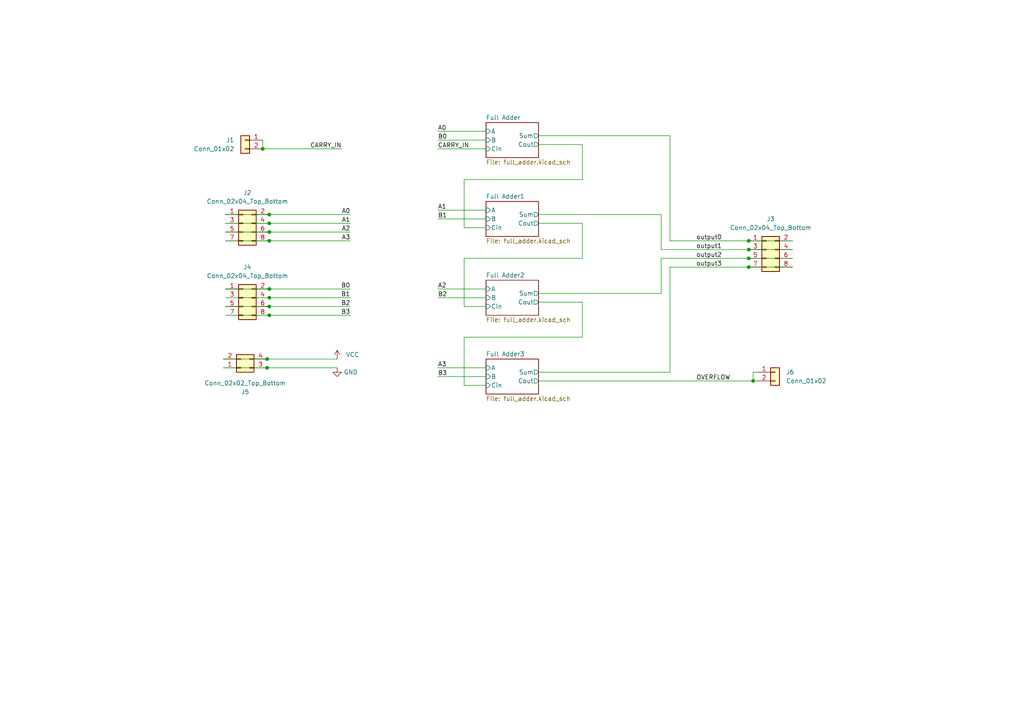
<source format=kicad_sch>
(kicad_sch
	(version 20231120)
	(generator "eeschema")
	(generator_version "8.0")
	(uuid "02fedac3-53d6-4e47-b3de-ddf82937d227")
	(paper "A4")
	(lib_symbols
		(symbol "Connector_Generic:Conn_01x02"
			(pin_names
				(offset 1.016) hide)
			(exclude_from_sim no)
			(in_bom yes)
			(on_board yes)
			(property "Reference" "J"
				(at 0 2.54 0)
				(effects
					(font
						(size 1.27 1.27)
					)
				)
			)
			(property "Value" "Conn_01x02"
				(at 0 -5.08 0)
				(effects
					(font
						(size 1.27 1.27)
					)
				)
			)
			(property "Footprint" ""
				(at 0 0 0)
				(effects
					(font
						(size 1.27 1.27)
					)
					(hide yes)
				)
			)
			(property "Datasheet" "~"
				(at 0 0 0)
				(effects
					(font
						(size 1.27 1.27)
					)
					(hide yes)
				)
			)
			(property "Description" "Generic connector, single row, 01x02, script generated (kicad-library-utils/schlib/autogen/connector/)"
				(at 0 0 0)
				(effects
					(font
						(size 1.27 1.27)
					)
					(hide yes)
				)
			)
			(property "ki_keywords" "connector"
				(at 0 0 0)
				(effects
					(font
						(size 1.27 1.27)
					)
					(hide yes)
				)
			)
			(property "ki_fp_filters" "Connector*:*_1x??_*"
				(at 0 0 0)
				(effects
					(font
						(size 1.27 1.27)
					)
					(hide yes)
				)
			)
			(symbol "Conn_01x02_1_1"
				(rectangle
					(start -1.27 -2.413)
					(end 0 -2.667)
					(stroke
						(width 0.1524)
						(type default)
					)
					(fill
						(type none)
					)
				)
				(rectangle
					(start -1.27 0.127)
					(end 0 -0.127)
					(stroke
						(width 0.1524)
						(type default)
					)
					(fill
						(type none)
					)
				)
				(rectangle
					(start -1.27 1.27)
					(end 1.27 -3.81)
					(stroke
						(width 0.254)
						(type default)
					)
					(fill
						(type background)
					)
				)
				(pin passive line
					(at -5.08 0 0)
					(length 3.81)
					(name "Pin_1"
						(effects
							(font
								(size 1.27 1.27)
							)
						)
					)
					(number "1"
						(effects
							(font
								(size 1.27 1.27)
							)
						)
					)
				)
				(pin passive line
					(at -5.08 -2.54 0)
					(length 3.81)
					(name "Pin_2"
						(effects
							(font
								(size 1.27 1.27)
							)
						)
					)
					(number "2"
						(effects
							(font
								(size 1.27 1.27)
							)
						)
					)
				)
			)
		)
		(symbol "Connector_Generic:Conn_02x02_Top_Bottom"
			(pin_names
				(offset 1.016) hide)
			(exclude_from_sim no)
			(in_bom yes)
			(on_board yes)
			(property "Reference" "J"
				(at 1.27 2.54 0)
				(effects
					(font
						(size 1.27 1.27)
					)
				)
			)
			(property "Value" "Conn_02x02_Top_Bottom"
				(at 1.27 -5.08 0)
				(effects
					(font
						(size 1.27 1.27)
					)
				)
			)
			(property "Footprint" ""
				(at 0 0 0)
				(effects
					(font
						(size 1.27 1.27)
					)
					(hide yes)
				)
			)
			(property "Datasheet" "~"
				(at 0 0 0)
				(effects
					(font
						(size 1.27 1.27)
					)
					(hide yes)
				)
			)
			(property "Description" "Generic connector, double row, 02x02, top/bottom pin numbering scheme (row 1: 1...pins_per_row, row2: pins_per_row+1 ... num_pins), script generated (kicad-library-utils/schlib/autogen/connector/)"
				(at 0 0 0)
				(effects
					(font
						(size 1.27 1.27)
					)
					(hide yes)
				)
			)
			(property "ki_keywords" "connector"
				(at 0 0 0)
				(effects
					(font
						(size 1.27 1.27)
					)
					(hide yes)
				)
			)
			(property "ki_fp_filters" "Connector*:*_2x??_*"
				(at 0 0 0)
				(effects
					(font
						(size 1.27 1.27)
					)
					(hide yes)
				)
			)
			(symbol "Conn_02x02_Top_Bottom_1_1"
				(rectangle
					(start -1.27 -2.413)
					(end 0 -2.667)
					(stroke
						(width 0.1524)
						(type default)
					)
					(fill
						(type none)
					)
				)
				(rectangle
					(start -1.27 0.127)
					(end 0 -0.127)
					(stroke
						(width 0.1524)
						(type default)
					)
					(fill
						(type none)
					)
				)
				(rectangle
					(start -1.27 1.27)
					(end 3.81 -3.81)
					(stroke
						(width 0.254)
						(type default)
					)
					(fill
						(type background)
					)
				)
				(rectangle
					(start 3.81 -2.413)
					(end 2.54 -2.667)
					(stroke
						(width 0.1524)
						(type default)
					)
					(fill
						(type none)
					)
				)
				(rectangle
					(start 3.81 0.127)
					(end 2.54 -0.127)
					(stroke
						(width 0.1524)
						(type default)
					)
					(fill
						(type none)
					)
				)
				(pin passive line
					(at -5.08 0 0)
					(length 3.81)
					(name "Pin_1"
						(effects
							(font
								(size 1.27 1.27)
							)
						)
					)
					(number "1"
						(effects
							(font
								(size 1.27 1.27)
							)
						)
					)
				)
				(pin passive line
					(at -5.08 -2.54 0)
					(length 3.81)
					(name "Pin_2"
						(effects
							(font
								(size 1.27 1.27)
							)
						)
					)
					(number "2"
						(effects
							(font
								(size 1.27 1.27)
							)
						)
					)
				)
				(pin passive line
					(at 7.62 0 180)
					(length 3.81)
					(name "Pin_3"
						(effects
							(font
								(size 1.27 1.27)
							)
						)
					)
					(number "3"
						(effects
							(font
								(size 1.27 1.27)
							)
						)
					)
				)
				(pin passive line
					(at 7.62 -2.54 180)
					(length 3.81)
					(name "Pin_4"
						(effects
							(font
								(size 1.27 1.27)
							)
						)
					)
					(number "4"
						(effects
							(font
								(size 1.27 1.27)
							)
						)
					)
				)
			)
		)
		(symbol "Connector_Generic:Conn_02x04_Odd_Even"
			(pin_names
				(offset 1.016) hide)
			(exclude_from_sim no)
			(in_bom yes)
			(on_board yes)
			(property "Reference" "J"
				(at 1.27 5.08 0)
				(effects
					(font
						(size 1.27 1.27)
					)
				)
			)
			(property "Value" "Conn_02x04_Odd_Even"
				(at 1.27 -7.62 0)
				(effects
					(font
						(size 1.27 1.27)
					)
				)
			)
			(property "Footprint" ""
				(at 0 0 0)
				(effects
					(font
						(size 1.27 1.27)
					)
					(hide yes)
				)
			)
			(property "Datasheet" "~"
				(at 0 0 0)
				(effects
					(font
						(size 1.27 1.27)
					)
					(hide yes)
				)
			)
			(property "Description" "Generic connector, double row, 02x04, odd/even pin numbering scheme (row 1 odd numbers, row 2 even numbers), script generated (kicad-library-utils/schlib/autogen/connector/)"
				(at 0 0 0)
				(effects
					(font
						(size 1.27 1.27)
					)
					(hide yes)
				)
			)
			(property "ki_keywords" "connector"
				(at 0 0 0)
				(effects
					(font
						(size 1.27 1.27)
					)
					(hide yes)
				)
			)
			(property "ki_fp_filters" "Connector*:*_2x??_*"
				(at 0 0 0)
				(effects
					(font
						(size 1.27 1.27)
					)
					(hide yes)
				)
			)
			(symbol "Conn_02x04_Odd_Even_1_1"
				(rectangle
					(start -1.27 -4.953)
					(end 0 -5.207)
					(stroke
						(width 0.1524)
						(type default)
					)
					(fill
						(type none)
					)
				)
				(rectangle
					(start -1.27 -2.413)
					(end 0 -2.667)
					(stroke
						(width 0.1524)
						(type default)
					)
					(fill
						(type none)
					)
				)
				(rectangle
					(start -1.27 0.127)
					(end 0 -0.127)
					(stroke
						(width 0.1524)
						(type default)
					)
					(fill
						(type none)
					)
				)
				(rectangle
					(start -1.27 2.667)
					(end 0 2.413)
					(stroke
						(width 0.1524)
						(type default)
					)
					(fill
						(type none)
					)
				)
				(rectangle
					(start -1.27 3.81)
					(end 3.81 -6.35)
					(stroke
						(width 0.254)
						(type default)
					)
					(fill
						(type background)
					)
				)
				(rectangle
					(start 3.81 -4.953)
					(end 2.54 -5.207)
					(stroke
						(width 0.1524)
						(type default)
					)
					(fill
						(type none)
					)
				)
				(rectangle
					(start 3.81 -2.413)
					(end 2.54 -2.667)
					(stroke
						(width 0.1524)
						(type default)
					)
					(fill
						(type none)
					)
				)
				(rectangle
					(start 3.81 0.127)
					(end 2.54 -0.127)
					(stroke
						(width 0.1524)
						(type default)
					)
					(fill
						(type none)
					)
				)
				(rectangle
					(start 3.81 2.667)
					(end 2.54 2.413)
					(stroke
						(width 0.1524)
						(type default)
					)
					(fill
						(type none)
					)
				)
				(pin passive line
					(at -5.08 2.54 0)
					(length 3.81)
					(name "Pin_1"
						(effects
							(font
								(size 1.27 1.27)
							)
						)
					)
					(number "1"
						(effects
							(font
								(size 1.27 1.27)
							)
						)
					)
				)
				(pin passive line
					(at 7.62 2.54 180)
					(length 3.81)
					(name "Pin_2"
						(effects
							(font
								(size 1.27 1.27)
							)
						)
					)
					(number "2"
						(effects
							(font
								(size 1.27 1.27)
							)
						)
					)
				)
				(pin passive line
					(at -5.08 0 0)
					(length 3.81)
					(name "Pin_3"
						(effects
							(font
								(size 1.27 1.27)
							)
						)
					)
					(number "3"
						(effects
							(font
								(size 1.27 1.27)
							)
						)
					)
				)
				(pin passive line
					(at 7.62 0 180)
					(length 3.81)
					(name "Pin_4"
						(effects
							(font
								(size 1.27 1.27)
							)
						)
					)
					(number "4"
						(effects
							(font
								(size 1.27 1.27)
							)
						)
					)
				)
				(pin passive line
					(at -5.08 -2.54 0)
					(length 3.81)
					(name "Pin_5"
						(effects
							(font
								(size 1.27 1.27)
							)
						)
					)
					(number "5"
						(effects
							(font
								(size 1.27 1.27)
							)
						)
					)
				)
				(pin passive line
					(at 7.62 -2.54 180)
					(length 3.81)
					(name "Pin_6"
						(effects
							(font
								(size 1.27 1.27)
							)
						)
					)
					(number "6"
						(effects
							(font
								(size 1.27 1.27)
							)
						)
					)
				)
				(pin passive line
					(at -5.08 -5.08 0)
					(length 3.81)
					(name "Pin_7"
						(effects
							(font
								(size 1.27 1.27)
							)
						)
					)
					(number "7"
						(effects
							(font
								(size 1.27 1.27)
							)
						)
					)
				)
				(pin passive line
					(at 7.62 -5.08 180)
					(length 3.81)
					(name "Pin_8"
						(effects
							(font
								(size 1.27 1.27)
							)
						)
					)
					(number "8"
						(effects
							(font
								(size 1.27 1.27)
							)
						)
					)
				)
			)
		)
		(symbol "power:GND"
			(power)
			(pin_names
				(offset 0)
			)
			(exclude_from_sim no)
			(in_bom yes)
			(on_board yes)
			(property "Reference" "#PWR"
				(at 0 -6.35 0)
				(effects
					(font
						(size 1.27 1.27)
					)
					(hide yes)
				)
			)
			(property "Value" "GND"
				(at 0 -3.81 0)
				(effects
					(font
						(size 1.27 1.27)
					)
				)
			)
			(property "Footprint" ""
				(at 0 0 0)
				(effects
					(font
						(size 1.27 1.27)
					)
					(hide yes)
				)
			)
			(property "Datasheet" ""
				(at 0 0 0)
				(effects
					(font
						(size 1.27 1.27)
					)
					(hide yes)
				)
			)
			(property "Description" "Power symbol creates a global label with name \"GND\" , ground"
				(at 0 0 0)
				(effects
					(font
						(size 1.27 1.27)
					)
					(hide yes)
				)
			)
			(property "ki_keywords" "power-flag"
				(at 0 0 0)
				(effects
					(font
						(size 1.27 1.27)
					)
					(hide yes)
				)
			)
			(symbol "GND_0_1"
				(polyline
					(pts
						(xy 0 0) (xy 0 -1.27) (xy 1.27 -1.27) (xy 0 -2.54) (xy -1.27 -1.27) (xy 0 -1.27)
					)
					(stroke
						(width 0)
						(type default)
					)
					(fill
						(type none)
					)
				)
			)
			(symbol "GND_1_1"
				(pin power_in line
					(at 0 0 270)
					(length 0) hide
					(name "GND"
						(effects
							(font
								(size 1.27 1.27)
							)
						)
					)
					(number "1"
						(effects
							(font
								(size 1.27 1.27)
							)
						)
					)
				)
			)
		)
		(symbol "power:VCC"
			(power)
			(pin_names
				(offset 0)
			)
			(exclude_from_sim no)
			(in_bom yes)
			(on_board yes)
			(property "Reference" "#PWR"
				(at 0 -3.81 0)
				(effects
					(font
						(size 1.27 1.27)
					)
					(hide yes)
				)
			)
			(property "Value" "VCC"
				(at 0 3.81 0)
				(effects
					(font
						(size 1.27 1.27)
					)
				)
			)
			(property "Footprint" ""
				(at 0 0 0)
				(effects
					(font
						(size 1.27 1.27)
					)
					(hide yes)
				)
			)
			(property "Datasheet" ""
				(at 0 0 0)
				(effects
					(font
						(size 1.27 1.27)
					)
					(hide yes)
				)
			)
			(property "Description" "Power symbol creates a global label with name \"VCC\""
				(at 0 0 0)
				(effects
					(font
						(size 1.27 1.27)
					)
					(hide yes)
				)
			)
			(property "ki_keywords" "power-flag"
				(at 0 0 0)
				(effects
					(font
						(size 1.27 1.27)
					)
					(hide yes)
				)
			)
			(symbol "VCC_0_1"
				(polyline
					(pts
						(xy -0.762 1.27) (xy 0 2.54)
					)
					(stroke
						(width 0)
						(type default)
					)
					(fill
						(type none)
					)
				)
				(polyline
					(pts
						(xy 0 0) (xy 0 2.54)
					)
					(stroke
						(width 0)
						(type default)
					)
					(fill
						(type none)
					)
				)
				(polyline
					(pts
						(xy 0 2.54) (xy 0.762 1.27)
					)
					(stroke
						(width 0)
						(type default)
					)
					(fill
						(type none)
					)
				)
			)
			(symbol "VCC_1_1"
				(pin power_in line
					(at 0 0 90)
					(length 0) hide
					(name "VCC"
						(effects
							(font
								(size 1.27 1.27)
							)
						)
					)
					(number "1"
						(effects
							(font
								(size 1.27 1.27)
							)
						)
					)
				)
			)
		)
	)
	(junction
		(at 78.105 62.23)
		(diameter 0)
		(color 0 0 0 0)
		(uuid "0936f6ac-cbc2-42a1-8f92-52acce474741")
	)
	(junction
		(at 76.2 43.18)
		(diameter 0)
		(color 0 0 0 0)
		(uuid "1c69c4b7-32cf-476b-a900-6a6650dfd119")
	)
	(junction
		(at 78.105 91.44)
		(diameter 0)
		(color 0 0 0 0)
		(uuid "5bcc33f6-96ca-4b11-bf90-ae35bbc5f780")
	)
	(junction
		(at 217.17 69.85)
		(diameter 0)
		(color 0 0 0 0)
		(uuid "5c9bde7f-5f08-451f-a5e1-0fa5af17692e")
	)
	(junction
		(at 78.105 88.9)
		(diameter 0)
		(color 0 0 0 0)
		(uuid "695db6fa-1bac-4dc8-bffd-43d58dd81162")
	)
	(junction
		(at 78.105 86.36)
		(diameter 0)
		(color 0 0 0 0)
		(uuid "7e9e60be-7a19-460d-be31-12bb4cbd6bb0")
	)
	(junction
		(at 78.105 83.82)
		(diameter 0)
		(color 0 0 0 0)
		(uuid "8607a1b9-08a6-4f24-bbd8-bc366cf75309")
	)
	(junction
		(at 78.105 67.31)
		(diameter 0)
		(color 0 0 0 0)
		(uuid "96c01208-777d-4766-b0dd-cf9841fb0a17")
	)
	(junction
		(at 78.105 69.85)
		(diameter 0)
		(color 0 0 0 0)
		(uuid "9b9ef27a-031b-4b6a-b420-aa454545fde2")
	)
	(junction
		(at 77.47 104.14)
		(diameter 0)
		(color 0 0 0 0)
		(uuid "9cd58b4d-74aa-4c0b-9954-1bc6c159f571")
	)
	(junction
		(at 217.17 72.39)
		(diameter 0)
		(color 0 0 0 0)
		(uuid "c0c10784-cd00-4e6c-8ea9-f9bb8766079c")
	)
	(junction
		(at 77.47 106.68)
		(diameter 0)
		(color 0 0 0 0)
		(uuid "d4f39ea4-8907-497e-8cd0-1881da0d121d")
	)
	(junction
		(at 78.105 64.77)
		(diameter 0)
		(color 0 0 0 0)
		(uuid "db42671c-fcf5-46d9-9580-d13e19e5a986")
	)
	(junction
		(at 218.44 110.49)
		(diameter 0)
		(color 0 0 0 0)
		(uuid "e56bd521-b27e-46b2-82f1-1da381962f1d")
	)
	(junction
		(at 217.17 77.47)
		(diameter 0)
		(color 0 0 0 0)
		(uuid "f604cfc6-cdf5-4d07-b6b0-98446eda4742")
	)
	(junction
		(at 217.17 74.93)
		(diameter 0)
		(color 0 0 0 0)
		(uuid "f92e65ca-eef1-45dd-a398-765b70cda2a6")
	)
	(wire
		(pts
			(xy 156.21 107.95) (xy 194.31 107.95)
		)
		(stroke
			(width 0)
			(type default)
		)
		(uuid "021180d3-1a6e-42f3-9851-e907aa790d1b")
	)
	(wire
		(pts
			(xy 134.62 111.76) (xy 140.97 111.76)
		)
		(stroke
			(width 0)
			(type default)
		)
		(uuid "0ba1d9f7-784a-48e0-910c-2fcb9c142f9c")
	)
	(wire
		(pts
			(xy 168.91 97.79) (xy 134.62 97.79)
		)
		(stroke
			(width 0)
			(type default)
		)
		(uuid "0d90e182-13c1-4fe1-a229-0d81b1597a6e")
	)
	(wire
		(pts
			(xy 78.105 62.23) (xy 101.6 62.23)
		)
		(stroke
			(width 0)
			(type default)
		)
		(uuid "0e5abe23-ed0b-4843-9717-4f77e80bedfc")
	)
	(wire
		(pts
			(xy 127 38.1) (xy 140.97 38.1)
		)
		(stroke
			(width 0)
			(type default)
		)
		(uuid "123ec215-d0b2-4bea-8f24-6300559365e9")
	)
	(wire
		(pts
			(xy 65.405 86.36) (xy 78.105 86.36)
		)
		(stroke
			(width 0)
			(type default)
		)
		(uuid "149e5a10-9e11-4bad-be23-bd74908d6da6")
	)
	(wire
		(pts
			(xy 168.91 74.93) (xy 134.62 74.93)
		)
		(stroke
			(width 0)
			(type default)
		)
		(uuid "15d0faf6-df58-486d-bb61-3787c05d33f8")
	)
	(wire
		(pts
			(xy 194.31 69.85) (xy 217.17 69.85)
		)
		(stroke
			(width 0)
			(type default)
		)
		(uuid "1967cd1a-01ed-489e-98f5-a346b945b65d")
	)
	(wire
		(pts
			(xy 77.47 104.14) (xy 97.79 104.14)
		)
		(stroke
			(width 0)
			(type default)
		)
		(uuid "1a581def-7ca6-441e-81e0-b12ac263be59")
	)
	(wire
		(pts
			(xy 64.77 104.14) (xy 77.47 104.14)
		)
		(stroke
			(width 0)
			(type default)
		)
		(uuid "21369b62-da0e-4809-a1db-ee77c164d97a")
	)
	(wire
		(pts
			(xy 65.405 91.44) (xy 78.105 91.44)
		)
		(stroke
			(width 0)
			(type default)
		)
		(uuid "21bc4139-4a93-4291-9e71-b39b15858344")
	)
	(wire
		(pts
			(xy 168.91 64.77) (xy 168.91 74.93)
		)
		(stroke
			(width 0)
			(type default)
		)
		(uuid "23a60474-3f05-4c4b-949e-bfc39ed4050e")
	)
	(wire
		(pts
			(xy 78.105 64.77) (xy 101.6 64.77)
		)
		(stroke
			(width 0)
			(type default)
		)
		(uuid "275a8331-e3c2-417c-bd1e-b0c8b5f14656")
	)
	(wire
		(pts
			(xy 127 106.68) (xy 140.97 106.68)
		)
		(stroke
			(width 0)
			(type default)
		)
		(uuid "2eb37730-7308-4060-80e5-a0fcd16cd5de")
	)
	(wire
		(pts
			(xy 194.31 77.47) (xy 217.17 77.47)
		)
		(stroke
			(width 0)
			(type default)
		)
		(uuid "2f053e4b-9cba-4141-85fd-115231cfdeca")
	)
	(wire
		(pts
			(xy 127 83.82) (xy 140.97 83.82)
		)
		(stroke
			(width 0)
			(type default)
		)
		(uuid "30d7c56e-7151-4fab-b446-37972af65141")
	)
	(wire
		(pts
			(xy 168.91 52.07) (xy 134.62 52.07)
		)
		(stroke
			(width 0)
			(type default)
		)
		(uuid "3106f7f0-fdc6-404e-873f-e8d99f7fa9f8")
	)
	(wire
		(pts
			(xy 127 63.5) (xy 140.97 63.5)
		)
		(stroke
			(width 0)
			(type default)
		)
		(uuid "32fe9844-3d5e-46b5-a932-29dc7a662f19")
	)
	(wire
		(pts
			(xy 127 40.64) (xy 140.97 40.64)
		)
		(stroke
			(width 0)
			(type default)
		)
		(uuid "33b6e899-e106-4e26-890a-f1bf6505a956")
	)
	(wire
		(pts
			(xy 217.17 74.93) (xy 229.87 74.93)
		)
		(stroke
			(width 0)
			(type default)
		)
		(uuid "34204eea-6184-42b2-8f60-e4ad4ae5a275")
	)
	(wire
		(pts
			(xy 156.21 39.37) (xy 194.31 39.37)
		)
		(stroke
			(width 0)
			(type default)
		)
		(uuid "34c296ac-6467-463a-8bbf-2a70dea9a5b5")
	)
	(wire
		(pts
			(xy 217.17 72.39) (xy 229.87 72.39)
		)
		(stroke
			(width 0)
			(type default)
		)
		(uuid "366fb7ea-095c-433f-94ef-1ec9417639fd")
	)
	(wire
		(pts
			(xy 134.62 66.04) (xy 140.97 66.04)
		)
		(stroke
			(width 0)
			(type default)
		)
		(uuid "372473d2-dca0-48ac-a3dc-620126a7edee")
	)
	(wire
		(pts
			(xy 65.405 62.23) (xy 78.105 62.23)
		)
		(stroke
			(width 0)
			(type default)
		)
		(uuid "394f2216-a6a6-4081-9921-80ad7d74bf14")
	)
	(wire
		(pts
			(xy 156.21 87.63) (xy 168.91 87.63)
		)
		(stroke
			(width 0)
			(type default)
		)
		(uuid "3b1ebe07-c7c8-427a-a334-90fee22dd79b")
	)
	(wire
		(pts
			(xy 65.405 88.9) (xy 78.105 88.9)
		)
		(stroke
			(width 0)
			(type default)
		)
		(uuid "4085601e-3f23-4699-b2a2-a5bb0e682882")
	)
	(wire
		(pts
			(xy 156.21 62.23) (xy 191.77 62.23)
		)
		(stroke
			(width 0)
			(type default)
		)
		(uuid "45663b03-6e06-4dba-b384-ff28a8ecabb9")
	)
	(wire
		(pts
			(xy 194.31 39.37) (xy 194.31 69.85)
		)
		(stroke
			(width 0)
			(type default)
		)
		(uuid "4ff454ef-a2b8-41a7-b043-5ed83dc3e4d2")
	)
	(wire
		(pts
			(xy 78.105 91.44) (xy 101.6 91.44)
		)
		(stroke
			(width 0)
			(type default)
		)
		(uuid "531d40d0-d921-4d6b-816c-790633573c20")
	)
	(wire
		(pts
			(xy 156.21 41.91) (xy 168.91 41.91)
		)
		(stroke
			(width 0)
			(type default)
		)
		(uuid "53418f32-af13-4d39-b31f-600a8492702c")
	)
	(wire
		(pts
			(xy 168.91 87.63) (xy 168.91 97.79)
		)
		(stroke
			(width 0)
			(type default)
		)
		(uuid "58d9a594-6126-49b1-8741-2a57f567b897")
	)
	(wire
		(pts
			(xy 127 43.18) (xy 140.97 43.18)
		)
		(stroke
			(width 0)
			(type default)
		)
		(uuid "5bff3705-3fac-49be-9fc3-1f04e93396dd")
	)
	(wire
		(pts
			(xy 218.44 107.95) (xy 218.44 110.49)
		)
		(stroke
			(width 0)
			(type default)
		)
		(uuid "5f6bd356-a690-44eb-8eef-7b1b79374b94")
	)
	(wire
		(pts
			(xy 218.44 107.95) (xy 219.71 107.95)
		)
		(stroke
			(width 0)
			(type default)
		)
		(uuid "5fa27538-0504-4561-b365-df7e590f9bc8")
	)
	(wire
		(pts
			(xy 134.62 97.79) (xy 134.62 111.76)
		)
		(stroke
			(width 0)
			(type default)
		)
		(uuid "61e8e559-622f-49e2-b18f-319069a5720c")
	)
	(wire
		(pts
			(xy 168.91 41.91) (xy 168.91 52.07)
		)
		(stroke
			(width 0)
			(type default)
		)
		(uuid "6d352ef9-9a43-482c-987a-4c01403937c4")
	)
	(wire
		(pts
			(xy 218.44 110.49) (xy 219.71 110.49)
		)
		(stroke
			(width 0)
			(type default)
		)
		(uuid "7ae5f1be-3e33-4734-a5ee-6663d4c1a2b2")
	)
	(wire
		(pts
			(xy 134.62 52.07) (xy 134.62 66.04)
		)
		(stroke
			(width 0)
			(type default)
		)
		(uuid "7c7c1b88-4d26-4fc8-8d4a-abe2a6f485d2")
	)
	(wire
		(pts
			(xy 191.77 74.93) (xy 191.77 85.09)
		)
		(stroke
			(width 0)
			(type default)
		)
		(uuid "7dcf88aa-f25f-4203-b032-747a47fe870c")
	)
	(wire
		(pts
			(xy 76.2 40.64) (xy 76.2 43.18)
		)
		(stroke
			(width 0)
			(type default)
		)
		(uuid "7fc3806e-f1fb-4404-8d78-c6b15f4fd14d")
	)
	(wire
		(pts
			(xy 156.21 110.49) (xy 218.44 110.49)
		)
		(stroke
			(width 0)
			(type default)
		)
		(uuid "82e2652e-e14f-4f35-87e7-afde3c1778b9")
	)
	(wire
		(pts
			(xy 156.21 64.77) (xy 168.91 64.77)
		)
		(stroke
			(width 0)
			(type default)
		)
		(uuid "9a04d939-0026-4643-a3eb-825b3fa37f0e")
	)
	(wire
		(pts
			(xy 217.17 69.85) (xy 229.87 69.85)
		)
		(stroke
			(width 0)
			(type default)
		)
		(uuid "9a350711-9995-4b90-a1d6-5ae6d1572b01")
	)
	(wire
		(pts
			(xy 78.105 69.85) (xy 101.6 69.85)
		)
		(stroke
			(width 0)
			(type default)
		)
		(uuid "a111143c-15f1-4405-b497-b314fbae19ac")
	)
	(wire
		(pts
			(xy 127 86.36) (xy 140.97 86.36)
		)
		(stroke
			(width 0)
			(type default)
		)
		(uuid "a43831b3-bfad-4f55-a18f-a64fab4c36aa")
	)
	(wire
		(pts
			(xy 127 60.96) (xy 140.97 60.96)
		)
		(stroke
			(width 0)
			(type default)
		)
		(uuid "a89421a2-8468-4148-85e2-f7d349a00585")
	)
	(wire
		(pts
			(xy 156.21 85.09) (xy 191.77 85.09)
		)
		(stroke
			(width 0)
			(type default)
		)
		(uuid "af9bb9c8-4a05-49b7-ae83-2aa2e547e799")
	)
	(wire
		(pts
			(xy 134.62 74.93) (xy 134.62 88.9)
		)
		(stroke
			(width 0)
			(type default)
		)
		(uuid "b4e64b85-a3ca-46a8-a8c5-30b6763f407a")
	)
	(wire
		(pts
			(xy 65.405 67.31) (xy 78.105 67.31)
		)
		(stroke
			(width 0)
			(type default)
		)
		(uuid "be487cc4-4ab2-4efc-b365-cb44327fd4c4")
	)
	(wire
		(pts
			(xy 194.31 107.95) (xy 194.31 77.47)
		)
		(stroke
			(width 0)
			(type default)
		)
		(uuid "bf3a5295-3d7a-488d-8c35-72058f412153")
	)
	(wire
		(pts
			(xy 191.77 72.39) (xy 217.17 72.39)
		)
		(stroke
			(width 0)
			(type default)
		)
		(uuid "c247e112-c907-4281-b809-d15b0899a96e")
	)
	(wire
		(pts
			(xy 191.77 74.93) (xy 217.17 74.93)
		)
		(stroke
			(width 0)
			(type default)
		)
		(uuid "ca249432-eb32-4b21-aedd-0caad8b2e207")
	)
	(wire
		(pts
			(xy 78.105 86.36) (xy 101.6 86.36)
		)
		(stroke
			(width 0)
			(type default)
		)
		(uuid "cc22b797-6a26-411d-abaa-ca5cc1bf5437")
	)
	(wire
		(pts
			(xy 78.105 67.31) (xy 101.6 67.31)
		)
		(stroke
			(width 0)
			(type default)
		)
		(uuid "cd49aa8e-d226-42b7-b2ed-4256ce98391a")
	)
	(wire
		(pts
			(xy 65.405 64.77) (xy 78.105 64.77)
		)
		(stroke
			(width 0)
			(type default)
		)
		(uuid "d46cf0b5-5d5c-4083-95d4-72b4283a8229")
	)
	(wire
		(pts
			(xy 65.405 83.82) (xy 78.105 83.82)
		)
		(stroke
			(width 0)
			(type default)
		)
		(uuid "d5d13eb5-6076-4ac1-9cb5-ceb642405009")
	)
	(wire
		(pts
			(xy 65.405 69.85) (xy 78.105 69.85)
		)
		(stroke
			(width 0)
			(type default)
		)
		(uuid "d9c9d8c3-7291-4203-ad58-6d765cb7a357")
	)
	(wire
		(pts
			(xy 64.77 106.68) (xy 77.47 106.68)
		)
		(stroke
			(width 0)
			(type default)
		)
		(uuid "da8a4bc4-28d5-42ea-9f90-97e651f3d7e7")
	)
	(wire
		(pts
			(xy 217.17 77.47) (xy 229.87 77.47)
		)
		(stroke
			(width 0)
			(type default)
		)
		(uuid "dd079678-efb9-4798-8fcd-8d0de43e04ef")
	)
	(wire
		(pts
			(xy 127 109.22) (xy 140.97 109.22)
		)
		(stroke
			(width 0)
			(type default)
		)
		(uuid "dd977edf-63b5-4059-a828-1d1dd569e604")
	)
	(wire
		(pts
			(xy 134.62 88.9) (xy 140.97 88.9)
		)
		(stroke
			(width 0)
			(type default)
		)
		(uuid "e003de06-aa21-473d-9912-c3e914af3f60")
	)
	(wire
		(pts
			(xy 99.06 43.18) (xy 76.2 43.18)
		)
		(stroke
			(width 0)
			(type default)
		)
		(uuid "e61ae62e-78fd-4d58-b7dd-6c6182574fa2")
	)
	(wire
		(pts
			(xy 77.47 106.68) (xy 97.79 106.68)
		)
		(stroke
			(width 0)
			(type default)
		)
		(uuid "efc8a4e0-8fde-40b6-ae3f-0a4620ae27c2")
	)
	(wire
		(pts
			(xy 78.105 83.82) (xy 101.6 83.82)
		)
		(stroke
			(width 0)
			(type default)
		)
		(uuid "f0334191-d7a5-4e88-9139-dde04e52ed67")
	)
	(wire
		(pts
			(xy 191.77 62.23) (xy 191.77 72.39)
		)
		(stroke
			(width 0)
			(type default)
		)
		(uuid "fcdef663-3822-41c9-a0e2-1325223810f1")
	)
	(wire
		(pts
			(xy 78.105 88.9) (xy 101.6 88.9)
		)
		(stroke
			(width 0)
			(type default)
		)
		(uuid "ff8facc6-23bc-411d-96c6-69f0a178ea45")
	)
	(label "A2"
		(at 101.6 67.31 180)
		(fields_autoplaced yes)
		(effects
			(font
				(size 1.27 1.27)
			)
			(justify right bottom)
		)
		(uuid "137eb80a-2d71-44f7-a579-d302540e0a06")
	)
	(label "B1"
		(at 127 63.5 0)
		(fields_autoplaced yes)
		(effects
			(font
				(size 1.27 1.27)
			)
			(justify left bottom)
		)
		(uuid "1c9c8228-fd0a-45f8-8586-b09d1800216c")
	)
	(label "CARRY_IN"
		(at 99.06 43.18 180)
		(fields_autoplaced yes)
		(effects
			(font
				(size 1.27 1.27)
			)
			(justify right bottom)
		)
		(uuid "24a17fe0-5a0a-42b1-8054-adeb44a32a17")
	)
	(label "B2"
		(at 101.6 88.9 180)
		(fields_autoplaced yes)
		(effects
			(font
				(size 1.27 1.27)
			)
			(justify right bottom)
		)
		(uuid "385bdbab-3d9f-456e-b9aa-3b7009b94425")
	)
	(label "A2"
		(at 127 83.82 0)
		(fields_autoplaced yes)
		(effects
			(font
				(size 1.27 1.27)
			)
			(justify left bottom)
		)
		(uuid "4629ca53-e0be-4fbc-a787-f2a60e3143b6")
	)
	(label "OVERFLOW"
		(at 201.93 110.49 0)
		(fields_autoplaced yes)
		(effects
			(font
				(size 1.27 1.27)
			)
			(justify left bottom)
		)
		(uuid "49abec43-f3be-4e1e-92e3-55929b9f4e32")
	)
	(label "output2"
		(at 201.93 74.93 0)
		(fields_autoplaced yes)
		(effects
			(font
				(size 1.27 1.27)
			)
			(justify left bottom)
		)
		(uuid "51700d37-a902-4f31-b229-02628cd88f7f")
	)
	(label "B0"
		(at 127 40.64 0)
		(fields_autoplaced yes)
		(effects
			(font
				(size 1.27 1.27)
			)
			(justify left bottom)
		)
		(uuid "571ed5b8-7e5f-4add-bb3c-e6a698fdf83e")
	)
	(label "output1"
		(at 201.93 72.39 0)
		(fields_autoplaced yes)
		(effects
			(font
				(size 1.27 1.27)
			)
			(justify left bottom)
		)
		(uuid "58e29af5-cad7-4178-b515-d4445b9354ec")
	)
	(label "output3"
		(at 201.93 77.47 0)
		(fields_autoplaced yes)
		(effects
			(font
				(size 1.27 1.27)
			)
			(justify left bottom)
		)
		(uuid "6d63c6a3-f1f0-44d8-9316-e96074037c06")
	)
	(label "B3"
		(at 127 109.22 0)
		(fields_autoplaced yes)
		(effects
			(font
				(size 1.27 1.27)
			)
			(justify left bottom)
		)
		(uuid "9a364aad-c4fd-4ff8-919f-00af4309edc8")
	)
	(label "A1"
		(at 127 60.96 0)
		(fields_autoplaced yes)
		(effects
			(font
				(size 1.27 1.27)
			)
			(justify left bottom)
		)
		(uuid "9bf2e1ba-af3a-4402-8621-d1140d7ff5a6")
	)
	(label "A0"
		(at 101.6 62.23 180)
		(fields_autoplaced yes)
		(effects
			(font
				(size 1.27 1.27)
			)
			(justify right bottom)
		)
		(uuid "a34ba642-2972-488c-beab-4cd9e9fa19f0")
	)
	(label "A0"
		(at 127 38.1 0)
		(fields_autoplaced yes)
		(effects
			(font
				(size 1.27 1.27)
			)
			(justify left bottom)
		)
		(uuid "a9eac77d-9da1-414b-a255-d6fb42009e0e")
	)
	(label "B3"
		(at 101.6 91.44 180)
		(fields_autoplaced yes)
		(effects
			(font
				(size 1.27 1.27)
			)
			(justify right bottom)
		)
		(uuid "d4063b43-2cd3-4ec5-a12e-ae43c5a5e8b0")
	)
	(label "B0"
		(at 101.6 83.82 180)
		(fields_autoplaced yes)
		(effects
			(font
				(size 1.27 1.27)
			)
			(justify right bottom)
		)
		(uuid "db399241-bb42-4ca0-ad86-6d086cb8c1f8")
	)
	(label "B1"
		(at 101.6 86.36 180)
		(fields_autoplaced yes)
		(effects
			(font
				(size 1.27 1.27)
			)
			(justify right bottom)
		)
		(uuid "e176f74b-aec5-4ed5-91b1-cc946b8ead9d")
	)
	(label "A3"
		(at 127 106.68 0)
		(fields_autoplaced yes)
		(effects
			(font
				(size 1.27 1.27)
			)
			(justify left bottom)
		)
		(uuid "e19c990a-5398-446a-8528-c3625136bbd1")
	)
	(label "B2"
		(at 127 86.36 0)
		(fields_autoplaced yes)
		(effects
			(font
				(size 1.27 1.27)
			)
			(justify left bottom)
		)
		(uuid "f2700de7-7cf0-4abb-a889-98e3dd3e2e52")
	)
	(label "A3"
		(at 101.6 69.85 180)
		(fields_autoplaced yes)
		(effects
			(font
				(size 1.27 1.27)
			)
			(justify right bottom)
		)
		(uuid "f5f0d5f7-f936-4d77-8ccc-8c24b8b6e30e")
	)
	(label "A1"
		(at 101.6 64.77 180)
		(fields_autoplaced yes)
		(effects
			(font
				(size 1.27 1.27)
			)
			(justify right bottom)
		)
		(uuid "f68b3f02-66b4-4eb7-9946-e1b736d9d2d1")
	)
	(label "output0"
		(at 201.93 69.85 0)
		(fields_autoplaced yes)
		(effects
			(font
				(size 1.27 1.27)
			)
			(justify left bottom)
		)
		(uuid "fb53e47c-81a8-4bad-8d86-859f37d02982")
	)
	(label "CARRY_IN"
		(at 127 43.18 0)
		(fields_autoplaced yes)
		(effects
			(font
				(size 1.27 1.27)
			)
			(justify left bottom)
		)
		(uuid "ff72ba05-c001-42e6-8c1e-8e9ee22e9c45")
	)
	(symbol
		(lib_id "Connector_Generic:Conn_02x04_Odd_Even")
		(at 70.485 64.77 0)
		(unit 1)
		(exclude_from_sim no)
		(in_bom yes)
		(on_board yes)
		(dnp no)
		(fields_autoplaced yes)
		(uuid "07cfbd63-1817-4b90-945c-801fa84b4677")
		(property "Reference" "J2"
			(at 71.755 55.88 0)
			(effects
				(font
					(size 1.27 1.27)
				)
			)
		)
		(property "Value" "Conn_02x04_Top_Bottom"
			(at 71.755 58.42 0)
			(effects
				(font
					(size 1.27 1.27)
				)
			)
		)
		(property "Footprint" "Connector_PinHeader_2.54mm:PinHeader_2x04_P2.54mm_Vertical"
			(at 70.485 64.77 0)
			(effects
				(font
					(size 1.27 1.27)
				)
				(hide yes)
			)
		)
		(property "Datasheet" "~"
			(at 70.485 64.77 0)
			(effects
				(font
					(size 1.27 1.27)
				)
				(hide yes)
			)
		)
		(property "Description" "Generic connector, double row, 02x04, odd/even pin numbering scheme (row 1 odd numbers, row 2 even numbers), script generated (kicad-library-utils/schlib/autogen/connector/)"
			(at 70.485 64.77 0)
			(effects
				(font
					(size 1.27 1.27)
				)
				(hide yes)
			)
		)
		(pin "1"
			(uuid "c0d02d13-3fb4-4106-a25e-16a1abea90eb")
		)
		(pin "2"
			(uuid "1a052c58-8511-4182-b7ff-177663be0825")
		)
		(pin "3"
			(uuid "7560f862-1f87-45a2-bf3d-42f0b59840c8")
		)
		(pin "4"
			(uuid "c5a07fea-0762-4117-874d-db1dc230a3a6")
		)
		(pin "5"
			(uuid "2e09865c-d970-4910-bf90-35fbd11ef952")
		)
		(pin "6"
			(uuid "cbf412dd-c01b-4db8-b951-66e8181f4046")
		)
		(pin "7"
			(uuid "349760b5-2827-4ca1-a59a-c45cffdad83d")
		)
		(pin "8"
			(uuid "035d7422-926e-4dbd-a81a-9204e060db9e")
		)
		(instances
			(project "transistor_party"
				(path "/02fedac3-53d6-4e47-b3de-ddf82937d227"
					(reference "J2")
					(unit 1)
				)
			)
		)
	)
	(symbol
		(lib_id "power:GND")
		(at 97.79 106.68 0)
		(mirror y)
		(unit 1)
		(exclude_from_sim no)
		(in_bom yes)
		(on_board yes)
		(dnp no)
		(fields_autoplaced yes)
		(uuid "0b622ff6-a88f-44b4-8586-0a71e1060ce5")
		(property "Reference" "#PWR02"
			(at 97.79 113.03 0)
			(effects
				(font
					(size 1.27 1.27)
				)
				(hide yes)
			)
		)
		(property "Value" "GND"
			(at 99.695 107.9501 0)
			(effects
				(font
					(size 1.27 1.27)
				)
				(justify right)
			)
		)
		(property "Footprint" ""
			(at 97.79 106.68 0)
			(effects
				(font
					(size 1.27 1.27)
				)
				(hide yes)
			)
		)
		(property "Datasheet" ""
			(at 97.79 106.68 0)
			(effects
				(font
					(size 1.27 1.27)
				)
				(hide yes)
			)
		)
		(property "Description" ""
			(at 97.79 106.68 0)
			(effects
				(font
					(size 1.27 1.27)
				)
				(hide yes)
			)
		)
		(pin "1"
			(uuid "525ce7a8-fe57-4539-b603-4dd2926ca31f")
		)
		(instances
			(project "transistor_party"
				(path "/02fedac3-53d6-4e47-b3de-ddf82937d227"
					(reference "#PWR02")
					(unit 1)
				)
			)
		)
	)
	(symbol
		(lib_id "Connector_Generic:Conn_02x04_Odd_Even")
		(at 222.25 72.39 0)
		(unit 1)
		(exclude_from_sim no)
		(in_bom yes)
		(on_board yes)
		(dnp no)
		(fields_autoplaced yes)
		(uuid "39dacfce-95f4-4357-bf3a-4c83b13a7939")
		(property "Reference" "J3"
			(at 223.52 63.5 0)
			(effects
				(font
					(size 1.27 1.27)
				)
			)
		)
		(property "Value" "Conn_02x04_Top_Bottom"
			(at 223.52 66.04 0)
			(effects
				(font
					(size 1.27 1.27)
				)
			)
		)
		(property "Footprint" "Connector_PinHeader_2.54mm:PinHeader_2x04_P2.54mm_Vertical"
			(at 222.25 72.39 0)
			(effects
				(font
					(size 1.27 1.27)
				)
				(hide yes)
			)
		)
		(property "Datasheet" "~"
			(at 222.25 72.39 0)
			(effects
				(font
					(size 1.27 1.27)
				)
				(hide yes)
			)
		)
		(property "Description" "Generic connector, double row, 02x04, odd/even pin numbering scheme (row 1 odd numbers, row 2 even numbers), script generated (kicad-library-utils/schlib/autogen/connector/)"
			(at 222.25 72.39 0)
			(effects
				(font
					(size 1.27 1.27)
				)
				(hide yes)
			)
		)
		(pin "1"
			(uuid "cb29e9b5-6579-4394-ae3f-45b6886764c6")
		)
		(pin "2"
			(uuid "901d5182-97fa-4e19-8866-62a02d4731b0")
		)
		(pin "3"
			(uuid "1ddd3df9-9f8a-418c-997a-a447728bec7a")
		)
		(pin "4"
			(uuid "4bf3a138-209d-47e3-a5dd-1ac2ea93f64b")
		)
		(pin "5"
			(uuid "cd80be1e-cd76-40bb-be94-fa01fe26ed16")
		)
		(pin "6"
			(uuid "d0bb280c-0fa0-43d4-ad87-1af6df81c5eb")
		)
		(pin "7"
			(uuid "2677a7f1-438a-4342-b10d-c20a0f21c65b")
		)
		(pin "8"
			(uuid "1a16623d-7328-4588-8941-1ea380c1f3ce")
		)
		(instances
			(project "transistor_party"
				(path "/02fedac3-53d6-4e47-b3de-ddf82937d227"
					(reference "J3")
					(unit 1)
				)
			)
		)
	)
	(symbol
		(lib_id "Connector_Generic:Conn_02x02_Top_Bottom")
		(at 69.85 106.68 0)
		(mirror x)
		(unit 1)
		(exclude_from_sim no)
		(in_bom yes)
		(on_board yes)
		(dnp no)
		(fields_autoplaced yes)
		(uuid "5dc4bd97-eb93-4142-ac46-a2394780d9ba")
		(property "Reference" "J5"
			(at 71.12 113.665 0)
			(effects
				(font
					(size 1.27 1.27)
				)
			)
		)
		(property "Value" "Conn_02x02_Top_Bottom"
			(at 71.12 111.125 0)
			(effects
				(font
					(size 1.27 1.27)
				)
			)
		)
		(property "Footprint" "Connector_PinHeader_2.54mm:PinHeader_2x02_P2.54mm_Vertical"
			(at 69.85 106.68 0)
			(effects
				(font
					(size 1.27 1.27)
				)
				(hide yes)
			)
		)
		(property "Datasheet" "~"
			(at 69.85 106.68 0)
			(effects
				(font
					(size 1.27 1.27)
				)
				(hide yes)
			)
		)
		(property "Description" ""
			(at 69.85 106.68 0)
			(effects
				(font
					(size 1.27 1.27)
				)
				(hide yes)
			)
		)
		(pin "1"
			(uuid "87f3a0f0-bade-451f-b957-25907603d206")
		)
		(pin "2"
			(uuid "9dfacaef-4bf0-4f29-8706-4f573863440a")
		)
		(pin "3"
			(uuid "37f5a3ec-7179-4118-930f-d6496f51ba8a")
		)
		(pin "4"
			(uuid "2fa2b13c-bedd-49fb-9ead-5e5d4f836e48")
		)
		(instances
			(project "transistor_party"
				(path "/02fedac3-53d6-4e47-b3de-ddf82937d227"
					(reference "J5")
					(unit 1)
				)
			)
		)
	)
	(symbol
		(lib_id "Connector_Generic:Conn_02x04_Odd_Even")
		(at 70.485 86.36 0)
		(unit 1)
		(exclude_from_sim no)
		(in_bom yes)
		(on_board yes)
		(dnp no)
		(fields_autoplaced yes)
		(uuid "73d703a7-a8a1-4a65-99cc-a569a949e7ba")
		(property "Reference" "J4"
			(at 71.755 77.47 0)
			(effects
				(font
					(size 1.27 1.27)
				)
			)
		)
		(property "Value" "Conn_02x04_Top_Bottom"
			(at 71.755 80.01 0)
			(effects
				(font
					(size 1.27 1.27)
				)
			)
		)
		(property "Footprint" "Connector_PinHeader_2.54mm:PinHeader_2x04_P2.54mm_Vertical"
			(at 70.485 86.36 0)
			(effects
				(font
					(size 1.27 1.27)
				)
				(hide yes)
			)
		)
		(property "Datasheet" "~"
			(at 70.485 86.36 0)
			(effects
				(font
					(size 1.27 1.27)
				)
				(hide yes)
			)
		)
		(property "Description" "Generic connector, double row, 02x04, odd/even pin numbering scheme (row 1 odd numbers, row 2 even numbers), script generated (kicad-library-utils/schlib/autogen/connector/)"
			(at 70.485 86.36 0)
			(effects
				(font
					(size 1.27 1.27)
				)
				(hide yes)
			)
		)
		(pin "1"
			(uuid "6b9a5acf-2980-4afe-8ba3-01dad18067fd")
		)
		(pin "2"
			(uuid "2fdcce5e-a266-465f-b3ab-6a8e7da4d569")
		)
		(pin "3"
			(uuid "4a701b24-a7c4-467e-993c-99eca7451184")
		)
		(pin "4"
			(uuid "8e17ddf3-7fc8-4491-995b-0590fda5a397")
		)
		(pin "5"
			(uuid "173947dc-5b05-43bc-a546-36d77134fdfd")
		)
		(pin "6"
			(uuid "74a8ea7a-9d34-4ea0-a267-0916ccafd24f")
		)
		(pin "7"
			(uuid "f633f660-4ae6-4e4d-b093-139a6a86b8c9")
		)
		(pin "8"
			(uuid "673188a7-ac4a-4030-b5fa-7b0bbf30830f")
		)
		(instances
			(project "transistor_party"
				(path "/02fedac3-53d6-4e47-b3de-ddf82937d227"
					(reference "J4")
					(unit 1)
				)
			)
		)
	)
	(symbol
		(lib_id "Connector_Generic:Conn_01x02")
		(at 224.79 107.95 0)
		(unit 1)
		(exclude_from_sim no)
		(in_bom yes)
		(on_board yes)
		(dnp no)
		(fields_autoplaced yes)
		(uuid "b724f697-48f6-438b-aa2a-d0d9e3fbbd56")
		(property "Reference" "J6"
			(at 227.965 107.9499 0)
			(effects
				(font
					(size 1.27 1.27)
				)
				(justify left)
			)
		)
		(property "Value" "Conn_01x02"
			(at 227.965 110.4899 0)
			(effects
				(font
					(size 1.27 1.27)
				)
				(justify left)
			)
		)
		(property "Footprint" "Connector_PinHeader_2.54mm:PinHeader_1x02_P2.54mm_Vertical"
			(at 224.79 107.95 0)
			(effects
				(font
					(size 1.27 1.27)
				)
				(hide yes)
			)
		)
		(property "Datasheet" "~"
			(at 224.79 107.95 0)
			(effects
				(font
					(size 1.27 1.27)
				)
				(hide yes)
			)
		)
		(property "Description" ""
			(at 224.79 107.95 0)
			(effects
				(font
					(size 1.27 1.27)
				)
				(hide yes)
			)
		)
		(pin "1"
			(uuid "bc7f62b8-5314-4f91-a36e-7ace890dd7b8")
		)
		(pin "2"
			(uuid "e9421941-0b5b-4692-a958-aaea6656b5ef")
		)
		(instances
			(project "transistor_party"
				(path "/02fedac3-53d6-4e47-b3de-ddf82937d227"
					(reference "J6")
					(unit 1)
				)
			)
		)
	)
	(symbol
		(lib_id "power:VCC")
		(at 97.79 104.14 0)
		(mirror y)
		(unit 1)
		(exclude_from_sim no)
		(in_bom yes)
		(on_board yes)
		(dnp no)
		(fields_autoplaced yes)
		(uuid "d3757395-0303-4b79-ab1d-d2e5e72eb4a5")
		(property "Reference" "#PWR01"
			(at 97.79 107.95 0)
			(effects
				(font
					(size 1.27 1.27)
				)
				(hide yes)
			)
		)
		(property "Value" "VCC"
			(at 100.33 102.8701 0)
			(effects
				(font
					(size 1.27 1.27)
				)
				(justify right)
			)
		)
		(property "Footprint" ""
			(at 97.79 104.14 0)
			(effects
				(font
					(size 1.27 1.27)
				)
				(hide yes)
			)
		)
		(property "Datasheet" ""
			(at 97.79 104.14 0)
			(effects
				(font
					(size 1.27 1.27)
				)
				(hide yes)
			)
		)
		(property "Description" ""
			(at 97.79 104.14 0)
			(effects
				(font
					(size 1.27 1.27)
				)
				(hide yes)
			)
		)
		(pin "1"
			(uuid "01e46e4a-7c1c-4c0d-b32e-6f6223a56a1a")
		)
		(instances
			(project "transistor_party"
				(path "/02fedac3-53d6-4e47-b3de-ddf82937d227"
					(reference "#PWR01")
					(unit 1)
				)
			)
		)
	)
	(symbol
		(lib_id "Connector_Generic:Conn_01x02")
		(at 71.12 40.64 0)
		(mirror y)
		(unit 1)
		(exclude_from_sim no)
		(in_bom yes)
		(on_board yes)
		(dnp no)
		(fields_autoplaced yes)
		(uuid "d9666229-290e-47a4-ae59-ce429ded4494")
		(property "Reference" "J1"
			(at 67.945 40.6399 0)
			(effects
				(font
					(size 1.27 1.27)
				)
				(justify left)
			)
		)
		(property "Value" "Conn_01x02"
			(at 67.945 43.1799 0)
			(effects
				(font
					(size 1.27 1.27)
				)
				(justify left)
			)
		)
		(property "Footprint" "Connector_PinHeader_2.54mm:PinHeader_1x02_P2.54mm_Vertical"
			(at 71.12 40.64 0)
			(effects
				(font
					(size 1.27 1.27)
				)
				(hide yes)
			)
		)
		(property "Datasheet" "~"
			(at 71.12 40.64 0)
			(effects
				(font
					(size 1.27 1.27)
				)
				(hide yes)
			)
		)
		(property "Description" ""
			(at 71.12 40.64 0)
			(effects
				(font
					(size 1.27 1.27)
				)
				(hide yes)
			)
		)
		(pin "1"
			(uuid "63d3bcc2-2495-4a83-8d08-8489aef61f33")
		)
		(pin "2"
			(uuid "69be784b-95cb-412c-bde6-6ff07321059e")
		)
		(instances
			(project "transistor_party"
				(path "/02fedac3-53d6-4e47-b3de-ddf82937d227"
					(reference "J1")
					(unit 1)
				)
			)
		)
	)
	(sheet
		(at 140.97 35.56)
		(size 15.24 10.16)
		(fields_autoplaced yes)
		(stroke
			(width 0.1524)
			(type solid)
		)
		(fill
			(color 0 0 0 0.0000)
		)
		(uuid "326b1545-db91-4803-823f-551937ef7845")
		(property "Sheetname" "Full Adder"
			(at 140.97 34.8484 0)
			(effects
				(font
					(size 1.27 1.27)
				)
				(justify left bottom)
			)
		)
		(property "Sheetfile" "full_adder.kicad_sch"
			(at 140.97 46.3046 0)
			(effects
				(font
					(size 1.27 1.27)
				)
				(justify left top)
			)
		)
		(pin "A" input
			(at 140.97 38.1 180)
			(effects
				(font
					(size 1.27 1.27)
				)
				(justify left)
			)
			(uuid "ab8b93d6-8128-4b89-898f-4258df20af86")
		)
		(pin "B" input
			(at 140.97 40.64 180)
			(effects
				(font
					(size 1.27 1.27)
				)
				(justify left)
			)
			(uuid "43e92985-0cfe-42ea-aeb3-d1950cb97194")
		)
		(pin "Cin" input
			(at 140.97 43.18 180)
			(effects
				(font
					(size 1.27 1.27)
				)
				(justify left)
			)
			(uuid "15138c3b-9ff3-4f54-9b23-420f72de6310")
		)
		(pin "Cout" output
			(at 156.21 41.91 0)
			(effects
				(font
					(size 1.27 1.27)
				)
				(justify right)
			)
			(uuid "9faa71c2-4582-4494-ae46-2209e5968321")
		)
		(pin "Sum" output
			(at 156.21 39.37 0)
			(effects
				(font
					(size 1.27 1.27)
				)
				(justify right)
			)
			(uuid "80a3cb0e-9983-400c-86aa-76c102f76694")
		)
		(instances
			(project "transistor_party"
				(path "/02fedac3-53d6-4e47-b3de-ddf82937d227"
					(page "3")
				)
			)
		)
	)
	(sheet
		(at 140.97 81.28)
		(size 15.24 10.16)
		(fields_autoplaced yes)
		(stroke
			(width 0.1524)
			(type solid)
		)
		(fill
			(color 0 0 0 0.0000)
		)
		(uuid "65b9e87e-7177-48b7-bd59-7c1c56212b19")
		(property "Sheetname" "Full Adder2"
			(at 140.97 80.5684 0)
			(effects
				(font
					(size 1.27 1.27)
				)
				(justify left bottom)
			)
		)
		(property "Sheetfile" "full_adder.kicad_sch"
			(at 140.97 92.0246 0)
			(effects
				(font
					(size 1.27 1.27)
				)
				(justify left top)
			)
		)
		(pin "A" input
			(at 140.97 83.82 180)
			(effects
				(font
					(size 1.27 1.27)
				)
				(justify left)
			)
			(uuid "5e684471-e63a-4f47-9e9a-5d4856784a01")
		)
		(pin "B" input
			(at 140.97 86.36 180)
			(effects
				(font
					(size 1.27 1.27)
				)
				(justify left)
			)
			(uuid "3c46184c-a7c1-4af8-8c27-c46c30bfbc8f")
		)
		(pin "Cin" input
			(at 140.97 88.9 180)
			(effects
				(font
					(size 1.27 1.27)
				)
				(justify left)
			)
			(uuid "aca8ab62-e7a7-4d42-9d4d-115c7bed2088")
		)
		(pin "Cout" output
			(at 156.21 87.63 0)
			(effects
				(font
					(size 1.27 1.27)
				)
				(justify right)
			)
			(uuid "14a258d5-2e49-4671-9d77-1e13ca412f82")
		)
		(pin "Sum" output
			(at 156.21 85.09 0)
			(effects
				(font
					(size 1.27 1.27)
				)
				(justify right)
			)
			(uuid "48816083-c9b0-482e-802f-26c079975056")
		)
		(instances
			(project "transistor_party"
				(path "/02fedac3-53d6-4e47-b3de-ddf82937d227"
					(page "22")
				)
			)
		)
	)
	(sheet
		(at 140.97 104.14)
		(size 15.24 10.16)
		(fields_autoplaced yes)
		(stroke
			(width 0.1524)
			(type solid)
		)
		(fill
			(color 0 0 0 0.0000)
		)
		(uuid "b4fa47f3-71d0-4ae3-9e8e-2ba4a331a3cf")
		(property "Sheetname" "Full Adder3"
			(at 140.97 103.4284 0)
			(effects
				(font
					(size 1.27 1.27)
				)
				(justify left bottom)
			)
		)
		(property "Sheetfile" "full_adder.kicad_sch"
			(at 140.97 114.8846 0)
			(effects
				(font
					(size 1.27 1.27)
				)
				(justify left top)
			)
		)
		(pin "A" input
			(at 140.97 106.68 180)
			(effects
				(font
					(size 1.27 1.27)
				)
				(justify left)
			)
			(uuid "bc24c268-15ea-4508-9b8f-ad65c42b75ef")
		)
		(pin "B" input
			(at 140.97 109.22 180)
			(effects
				(font
					(size 1.27 1.27)
				)
				(justify left)
			)
			(uuid "ee7839f2-1808-41bf-a39b-bb996a1e5c68")
		)
		(pin "Cin" input
			(at 140.97 111.76 180)
			(effects
				(font
					(size 1.27 1.27)
				)
				(justify left)
			)
			(uuid "9a790dec-efa2-4222-9455-d7350ad88f3d")
		)
		(pin "Cout" output
			(at 156.21 110.49 0)
			(effects
				(font
					(size 1.27 1.27)
				)
				(justify right)
			)
			(uuid "88338a61-0930-4c7d-b472-59a6f577c990")
		)
		(pin "Sum" output
			(at 156.21 107.95 0)
			(effects
				(font
					(size 1.27 1.27)
				)
				(justify right)
			)
			(uuid "5f0f50f3-8301-4210-b2b4-cf4abec39d3a")
		)
		(instances
			(project "transistor_party"
				(path "/02fedac3-53d6-4e47-b3de-ddf82937d227"
					(page "32")
				)
			)
		)
	)
	(sheet
		(at 140.97 58.42)
		(size 15.24 10.16)
		(fields_autoplaced yes)
		(stroke
			(width 0.1524)
			(type solid)
		)
		(fill
			(color 0 0 0 0.0000)
		)
		(uuid "efaec52a-263e-47ce-b4c6-32529fa63006")
		(property "Sheetname" "Full Adder1"
			(at 140.97 57.7084 0)
			(effects
				(font
					(size 1.27 1.27)
				)
				(justify left bottom)
			)
		)
		(property "Sheetfile" "full_adder.kicad_sch"
			(at 140.97 69.1646 0)
			(effects
				(font
					(size 1.27 1.27)
				)
				(justify left top)
			)
		)
		(pin "A" input
			(at 140.97 60.96 180)
			(effects
				(font
					(size 1.27 1.27)
				)
				(justify left)
			)
			(uuid "8e1efef6-b1bf-45e2-9b2b-e05789a306cd")
		)
		(pin "B" input
			(at 140.97 63.5 180)
			(effects
				(font
					(size 1.27 1.27)
				)
				(justify left)
			)
			(uuid "b7285a75-46d2-4643-9bd4-653cff3b57e5")
		)
		(pin "Cin" input
			(at 140.97 66.04 180)
			(effects
				(font
					(size 1.27 1.27)
				)
				(justify left)
			)
			(uuid "d04288eb-2ac0-480c-b604-482ca80d7833")
		)
		(pin "Cout" output
			(at 156.21 64.77 0)
			(effects
				(font
					(size 1.27 1.27)
				)
				(justify right)
			)
			(uuid "6cb9f33f-cad5-41ed-9c76-05f3f421683e")
		)
		(pin "Sum" output
			(at 156.21 62.23 0)
			(effects
				(font
					(size 1.27 1.27)
				)
				(justify right)
			)
			(uuid "45412e02-0572-4b3b-832f-44dfeb5cc4eb")
		)
		(instances
			(project "transistor_party"
				(path "/02fedac3-53d6-4e47-b3de-ddf82937d227"
					(page "2")
				)
			)
		)
	)
	(sheet_instances
		(path "/"
			(page "1")
		)
	)
)

</source>
